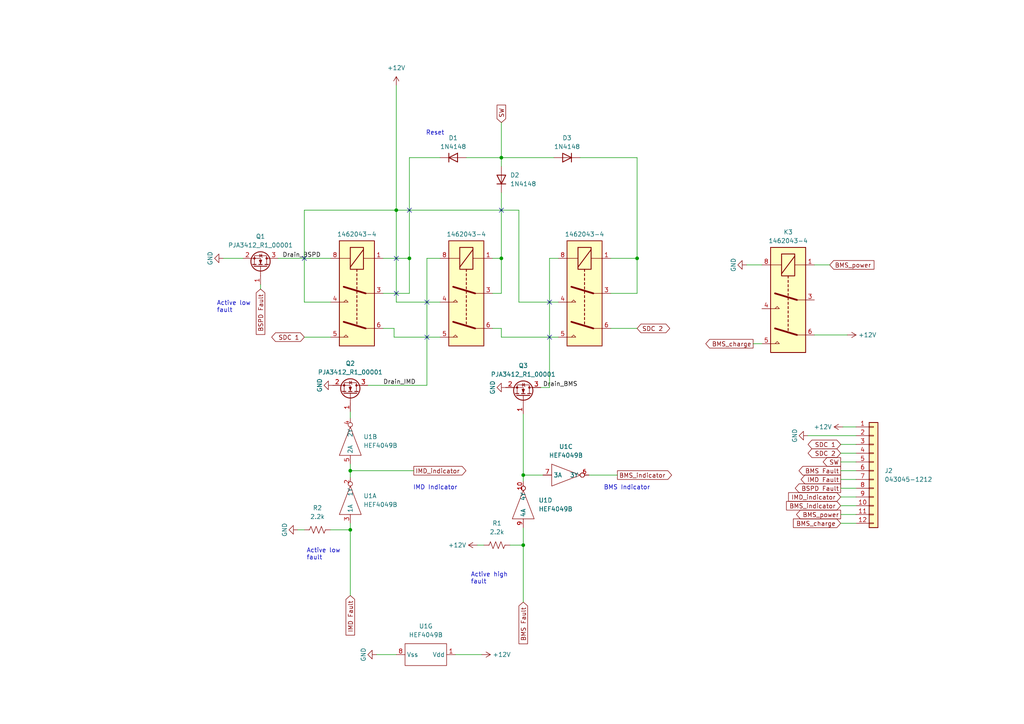
<source format=kicad_sch>
(kicad_sch (version 20230121) (generator eeschema)
  (paper "A4")
  (lib_symbols
    (symbol "+12V_1" (power) (pin_names (offset 0))
      (property "Value" "+12V_1" (at 0 3.556 0))
      (symbol "+12V_1_0_1"
        (polyline (pts (xy -0.762 1.27) (xy 0 2.54)))
        (polyline (pts (xy 0 0) (xy 0 2.54)))
        (polyline (pts (xy 0 2.54) (xy 0.762 1.27)))
      )
      (symbol "+12V_1_1_1"
        (pin power_in line (at 0 0 90) (length 0) hide (name "+12V") (number "1"))
      )
    )
    (symbol "+12V_2" (power) (pin_names (offset 0))
      (property "Value" "+12V_2" (at 0 3.556 0))
      (symbol "+12V_2_0_1"
        (polyline (pts (xy -0.762 1.27) (xy 0 2.54)))
        (polyline (pts (xy 0 0) (xy 0 2.54)))
        (polyline (pts (xy 0 2.54) (xy 0.762 1.27)))
      )
      (symbol "+12V_2_1_1"
        (pin power_in line (at 0 0 90) (length 0) hide (name "+12V") (number "1"))
      )
    )
    (symbol "+12V_3" (power) (pin_names (offset 0))
      (property "Value" "+12V_3" (at 0 3.556 0))
      (symbol "+12V_3_0_1"
        (polyline (pts (xy -0.762 1.27) (xy 0 2.54)))
        (polyline (pts (xy 0 0) (xy 0 2.54)))
        (polyline (pts (xy 0 2.54) (xy 0.762 1.27)))
      )
      (symbol "+12V_3_1_1"
        (pin power_in line (at 0 0 90) (length 0) hide (name "+12V") (number "1"))
      )
    )
    (symbol "+12V_4" (power) (pin_names (offset 0))
      (property "Value" "+12V_4" (at 0 3.556 0))
      (symbol "+12V_4_0_1"
        (polyline (pts (xy -0.762 1.27) (xy 0 2.54)))
        (polyline (pts (xy 0 0) (xy 0 2.54)))
        (polyline (pts (xy 0 2.54) (xy 0.762 1.27)))
      )
      (symbol "+12V_4_1_1"
        (pin power_in line (at 0 0 90) (length 0) hide (name "+12V") (number "1"))
      )
    )
    (symbol "BUK7M8R0-40EX_1" (pin_names hide)
      (property "Reference" "Q2" (at 8.89 0 90))
      (property "Value" "PJA3412_R1_00001" (at 6.35 0 90))
      (symbol "BUK7M8R0-40EX_1_0_1"
        (polyline (pts (xy 0.254 0) (xy -2.54 0)))
        (polyline (pts (xy 0.254 1.905) (xy 0.254 -1.905)) (stroke (width 0.254)))
        (polyline (pts (xy 0.762 -1.27) (xy 0.762 -2.286)) (stroke (width 0.254)))
        (polyline (pts (xy 0.762 0.508) (xy 0.762 -0.508)) (stroke (width 0.254)))
        (polyline (pts (xy 0.762 2.286) (xy 0.762 1.27)) (stroke (width 0.254)))
        (polyline (pts (xy 2.54 2.54) (xy 2.54 1.778)))
        (polyline (pts (xy 2.54 -2.54) (xy 2.54 0) (xy 0.762 0)))
        (polyline (pts (xy 0.762 -1.778) (xy 3.302 -1.778) (xy 3.302 1.778) (xy 0.762 1.778)))
        (polyline (pts (xy 1.016 0) (xy 2.032 0.381) (xy 2.032 -0.381) (xy 1.016 0)) (fill (type outline)))
        (polyline (pts (xy 2.794 0.508) (xy 2.921 0.381) (xy 3.683 0.381) (xy 3.81 0.254)))
        (polyline (pts (xy 3.302 0.381) (xy 2.921 -0.254) (xy 3.683 -0.254) (xy 3.302 0.381)))
        (circle (center 1.651 0) (radius 2.794) (stroke (width 0.254)))
        (circle (center 2.54 -1.778) (radius 0.254) (fill (type outline)))
        (circle (center 2.54 1.778) (radius 0.254) (fill (type outline)))
      )
      (symbol "BUK7M8R0-40EX_1_1_1"
        (pin passive line (at -5.08 0 0) (length 2.54) (name "G") (number "1"))
        (pin passive line (at 2.54 -5.08 90) (length 2.54) (name "S") (number "2"))
        (pin passive line (at 2.54 -5.08 90) (length 2.54) hide (name "S") (number "2"))
        (pin passive line (at 2.54 5.08 270) (length 2.54) (name "D") (number "3"))
        (pin passive line (at 2.54 -5.08 90) (length 2.54) hide (name "S") (number "3"))
      )
    )
    (symbol "Connector_Generic:Conn_01x12" (pin_names (offset 1.016) hide)
      (property "Reference" "J" (at 0 15.24 0))
      (property "Value" "Conn_01x12" (at 0 -17.78 0))
      (symbol "Conn_01x12_1_1"
        (rectangle (start -1.27 -15.113) (end 0 -15.367) (stroke (width 0.1524)))
        (rectangle (start -1.27 -12.573) (end 0 -12.827) (stroke (width 0.1524)))
        (rectangle (start -1.27 -10.033) (end 0 -10.287) (stroke (width 0.1524)))
        (rectangle (start -1.27 -7.493) (end 0 -7.747) (stroke (width 0.1524)))
        (rectangle (start -1.27 -4.953) (end 0 -5.207) (stroke (width 0.1524)))
        (rectangle (start -1.27 -2.413) (end 0 -2.667) (stroke (width 0.1524)))
        (rectangle (start -1.27 0.127) (end 0 -0.127) (stroke (width 0.1524)))
        (rectangle (start -1.27 2.667) (end 0 2.413) (stroke (width 0.1524)))
        (rectangle (start -1.27 5.207) (end 0 4.953) (stroke (width 0.1524)))
        (rectangle (start -1.27 7.747) (end 0 7.493) (stroke (width 0.1524)))
        (rectangle (start -1.27 10.287) (end 0 10.033) (stroke (width 0.1524)))
        (rectangle (start -1.27 12.827) (end 0 12.573) (stroke (width 0.1524)))
        (rectangle (start -1.27 13.97) (end 1.27 -16.51) (stroke (width 0.254)) (fill (type background)))
        (pin passive line (at -5.08 12.7 0) (length 3.81) (name "Pin_1") (number "1"))
        (pin passive line (at -5.08 -10.16 0) (length 3.81) (name "Pin_10") (number "10"))
        (pin passive line (at -5.08 -12.7 0) (length 3.81) (name "Pin_11") (number "11"))
        (pin passive line (at -5.08 -15.24 0) (length 3.81) (name "Pin_12") (number "12"))
        (pin passive line (at -5.08 10.16 0) (length 3.81) (name "Pin_2") (number "2"))
        (pin passive line (at -5.08 7.62 0) (length 3.81) (name "Pin_3") (number "3"))
        (pin passive line (at -5.08 5.08 0) (length 3.81) (name "Pin_4") (number "4"))
        (pin passive line (at -5.08 2.54 0) (length 3.81) (name "Pin_5") (number "5"))
        (pin passive line (at -5.08 0 0) (length 3.81) (name "Pin_6") (number "6"))
        (pin passive line (at -5.08 -2.54 0) (length 3.81) (name "Pin_7") (number "7"))
        (pin passive line (at -5.08 -5.08 0) (length 3.81) (name "Pin_8") (number "8"))
        (pin passive line (at -5.08 -7.62 0) (length 3.81) (name "Pin_9") (number "9"))
      )
    )
    (symbol "Device:R_US" (pin_numbers hide) (pin_names (offset 0))
      (property "Reference" "R" (at 2.54 0 90))
      (property "Value" "R_US" (at -2.54 0 90))
      (symbol "R_US_0_1"
        (polyline (pts (xy 0 -2.286) (xy 0 -2.54)))
        (polyline (pts (xy 0 2.286) (xy 0 2.54)))
        (polyline (pts (xy 0 -0.762) (xy 1.016 -1.143) (xy 0 -1.524) (xy -1.016 -1.905) (xy 0 -2.286)))
        (polyline (pts (xy 0 0.762) (xy 1.016 0.381) (xy 0 0) (xy -1.016 -0.381) (xy 0 -0.762)))
        (polyline (pts (xy 0 2.286) (xy 1.016 1.905) (xy 0 1.524) (xy -1.016 1.143) (xy 0 0.762)))
      )
      (symbol "R_US_1_1"
        (pin passive line (at 0 3.81 270) (length 1.27) (name "~") (number "1"))
        (pin passive line (at 0 -3.81 90) (length 1.27) (name "~") (number "2"))
      )
    )
    (symbol "Diode:1N4148" (pin_numbers hide) (pin_names hide)
      (property "Reference" "D" (at 0 2.54 0))
      (property "Value" "1N4148" (at 0 -2.54 0))
      (symbol "1N4148_0_1"
        (polyline (pts (xy -1.27 1.27) (xy -1.27 -1.27)) (stroke (width 0.254)))
        (polyline (pts (xy 1.27 0) (xy -1.27 0)))
        (polyline (pts (xy 1.27 1.27) (xy 1.27 -1.27) (xy -1.27 0) (xy 1.27 1.27)) (stroke (width 0.254)))
      )
      (symbol "1N4148_1_1"
        (pin passive line (at -3.81 0 0) (length 2.54) (name "K") (number "1"))
        (pin passive line (at 3.81 0 180) (length 2.54) (name "A") (number "2"))
      )
    )
    (symbol "GND_1" (power) (pin_names (offset 0))
      (property "Value" "GND_1" (at 0 -3.81 0))
      (symbol "GND_1_0_1"
        (polyline (pts (xy 0 0) (xy 0 -1.27) (xy 1.27 -1.27) (xy 0 -2.54) (xy -1.27 -1.27) (xy 0 -1.27)))
      )
      (symbol "GND_1_1_1"
        (pin power_in line (at 0 0 270) (length 0) hide (name "GND") (number "1"))
      )
    )
    (symbol "GND_2" (power) (pin_names (offset 0))
      (property "Value" "GND_2" (at 0 -3.81 0))
      (symbol "GND_2_0_1"
        (polyline (pts (xy 0 0) (xy 0 -1.27) (xy 1.27 -1.27) (xy 0 -2.54) (xy -1.27 -1.27) (xy 0 -1.27)))
      )
      (symbol "GND_2_1_1"
        (pin power_in line (at 0 0 270) (length 0) hide (name "GND") (number "1"))
      )
    )
    (symbol "GND_3" (power) (pin_names (offset 0))
      (property "Value" "GND_3" (at 0 -3.81 0))
      (symbol "GND_3_0_1"
        (polyline (pts (xy 0 0) (xy 0 -1.27) (xy 1.27 -1.27) (xy 0 -2.54) (xy -1.27 -1.27) (xy 0 -1.27)))
      )
      (symbol "GND_3_1_1"
        (pin power_in line (at 0 0 270) (length 0) hide (name "GND") (number "1"))
      )
    )
    (symbol "GND_4" (power) (pin_names (offset 0))
      (property "Value" "GND_4" (at 0 -3.81 0))
      (symbol "GND_4_0_1"
        (polyline (pts (xy 0 0) (xy 0 -1.27) (xy 1.27 -1.27) (xy 0 -2.54) (xy -1.27 -1.27) (xy 0 -1.27)))
      )
      (symbol "GND_4_1_1"
        (pin power_in line (at 0 0 270) (length 0) hide (name "GND") (number "1"))
      )
    )
    (symbol "GND_5" (power) (pin_names (offset 0))
      (property "Value" "GND_5" (at 0 -3.81 0))
      (symbol "GND_5_0_1"
        (polyline (pts (xy 0 0) (xy 0 -1.27) (xy 1.27 -1.27) (xy 0 -2.54) (xy -1.27 -1.27) (xy 0 -1.27)))
      )
      (symbol "GND_5_1_1"
        (pin power_in line (at 0 0 270) (length 0) hide (name "GND") (number "1"))
      )
    )
    (symbol "GND_6" (power) (pin_names (offset 0))
      (property "Value" "GND_6" (at 0 -3.81 0))
      (symbol "GND_6_0_1"
        (polyline (pts (xy 0 0) (xy 0 -1.27) (xy 1.27 -1.27) (xy 0 -2.54) (xy -1.27 -1.27) (xy 0 -1.27)))
      )
      (symbol "GND_6_1_1"
        (pin power_in line (at 0 0 270) (length 0) hide (name "GND") (number "1"))
      )
    )
    (symbol "RT44xxxx_2"
      (property "Reference" "K4" (at -19.685 0 90))
      (property "Value" "1462043-4" (at -17.145 0 90))
      (symbol "RT44xxxx_2_0_1"
        (rectangle (start -15.24 5.08) (end 15.24 -5.08) (stroke (width 0.254)) (fill (type background)))
        (rectangle (start -13.335 1.905) (end -6.985 -1.905) (stroke (width 0.254)))
        (polyline (pts (xy -12.7 -1.905) (xy -7.62 1.905)) (stroke (width 0.254)))
        (polyline (pts (xy -10.16 -5.08) (xy -10.16 -1.905)))
        (polyline (pts (xy -10.16 5.08) (xy -10.16 1.905)))
        (polyline (pts (xy -6.985 0) (xy -6.35 0)) (stroke (width 0.254)))
        (polyline (pts (xy -5.715 0) (xy -5.08 0)) (stroke (width 0.254)))
        (polyline (pts (xy -4.445 0) (xy -3.81 0)) (stroke (width 0.254)))
        (polyline (pts (xy -3.175 0) (xy -2.54 0)) (stroke (width 0.254)))
        (polyline (pts (xy -1.905 0) (xy -1.27 0)) (stroke (width 0.254)))
        (polyline (pts (xy -0.635 0) (xy 0 0)) (stroke (width 0.254)))
        (polyline (pts (xy 0 -2.54) (xy -1.905 3.81)) (stroke (width 0.508)))
        (polyline (pts (xy 0 -2.54) (xy 0 -5.08)))
        (polyline (pts (xy 0.635 0) (xy 1.27 0)) (stroke (width 0.254)))
        (polyline (pts (xy 1.905 0) (xy 2.54 0)) (stroke (width 0.254)))
        (polyline (pts (xy 3.175 0) (xy 3.81 0)) (stroke (width 0.254)))
        (polyline (pts (xy 4.445 0) (xy 5.08 0)) (stroke (width 0.254)))
        (polyline (pts (xy 5.715 0) (xy 6.35 0)) (stroke (width 0.254)))
        (polyline (pts (xy 6.985 0) (xy 7.62 0)) (stroke (width 0.254)))
        (polyline (pts (xy 8.255 0) (xy 8.89 0)) (stroke (width 0.254)))
        (polyline (pts (xy 10.16 -2.54) (xy 8.255 3.81)) (stroke (width 0.508)))
        (polyline (pts (xy 10.16 -2.54) (xy 10.16 -5.08)))
        (polyline (pts (xy 2.54 5.08) (xy 2.54 2.54) (xy 1.905 3.175) (xy 2.54 3.81)))
        (polyline (pts (xy 12.7 5.08) (xy 12.7 2.54) (xy 12.065 3.175) (xy 12.7 3.81)))
      )
      (symbol "RT44xxxx_2_1_1"
        (pin passive line (at -10.16 -7.62 90) (length 2.54) (name "~") (number "1"))
        (pin passive line (at 0 -7.62 90) (length 2.54) (name "~") (number "3"))
        (pin passive line (at 2.54 7.62 270) (length 2.54) (name "~") (number "4"))
        (pin passive line (at 12.7 7.62 270) (length 2.54) (name "~") (number "5"))
        (pin passive line (at 10.16 -7.62 90) (length 2.54) (name "~") (number "6"))
        (pin passive line (at -10.16 7.62 270) (length 2.54) (name "~") (number "8"))
      )
    )
    (symbol "Random:HEF4049B"
      (property "Reference" "U" (at -1.905 7.62 0))
      (property "Value" "HEF4049B" (at 7.62 0 0))
      (symbol "HEF4049B_1_1"
        (polyline (pts (xy 0 3.175) (xy 0 -3.175) (xy 8.255 0) (xy 0 3.175)))
        (pin output inverted (at 10.795 0 180) (length 2.54) (name "1Y") (number "2"))
        (pin input line (at -2.54 0 0) (length 2.54) (name "1A") (number "3"))
      )
      (symbol "HEF4049B_2_1"
        (polyline (pts (xy 0 3.175) (xy 0 -3.175) (xy 8.255 0) (xy 0 3.175)))
        (pin output inverted (at 10.795 0 180) (length 2.54) (name "2Y") (number "4"))
        (pin input line (at -2.54 0 0) (length 2.54) (name "2A") (number "5"))
      )
      (symbol "HEF4049B_3_1"
        (polyline (pts (xy 0 3.175) (xy 0 -3.175) (xy 8.255 0) (xy 0 3.175)))
        (pin output inverted (at 10.795 0 180) (length 2.54) (name "3Y") (number "6"))
        (pin input line (at -2.54 0 0) (length 2.54) (name "3A") (number "7"))
      )
      (symbol "HEF4049B_4_1"
        (polyline (pts (xy 0 3.175) (xy 0 -3.175) (xy 8.255 0) (xy 0 3.175)))
        (pin output inverted (at 10.795 0 180) (length 2.54) (name "4Y") (number "10"))
        (pin input line (at -2.54 0 0) (length 2.54) (name "4A") (number "9"))
      )
      (symbol "HEF4049B_5_1"
        (polyline (pts (xy 0 3.175) (xy 0 -3.175) (xy 8.255 0) (xy 0 3.175)))
        (pin input line (at -2.54 0 0) (length 2.54) (name "5A") (number "11"))
        (pin output inverted (at 10.795 0 180) (length 2.54) (name "5Y") (number "12"))
      )
      (symbol "HEF4049B_6_1"
        (polyline (pts (xy 0 3.175) (xy 0 -3.175) (xy 8.255 0) (xy 0 3.175)))
        (pin input line (at -2.54 0 0) (length 2.54) (name "6A") (number "14"))
        (pin output inverted (at 10.795 0 180) (length 2.54) (name "6Y") (number "15"))
      )
      (symbol "HEF4049B_7_1"
        (rectangle (start 0 3.175) (end 12.065 -3.175))
        (pin power_in line (at 14.605 0 180) (length 2.54) (name "Vdd") (number "1"))
        (pin power_in line (at -2.54 0 0) (length 2.54) (name "Vss") (number "8"))
      )
    )
    (symbol "power:+12V" (power) (pin_names (offset 0))
      (property "Value" "+12V" (at 0 3.556 0))
      (symbol "+12V_0_1"
        (polyline (pts (xy -0.762 1.27) (xy 0 2.54)))
        (polyline (pts (xy 0 0) (xy 0 2.54)))
        (polyline (pts (xy 0 2.54) (xy 0.762 1.27)))
      )
      (symbol "+12V_1_1"
        (pin power_in line (at 0 0 90) (length 0) hide (name "+12V") (number "1"))
      )
    )
    (symbol "power:GND" (power) (pin_names (offset 0))
      (property "Value" "GND" (at 0 -3.81 0))
      (symbol "GND_0_1"
        (polyline (pts (xy 0 0) (xy 0 -1.27) (xy 1.27 -1.27) (xy 0 -2.54) (xy -1.27 -1.27) (xy 0 -1.27)))
      )
      (symbol "GND_1_1"
        (pin power_in line (at 0 0 270) (length 0) hide (name "GND") (number "1"))
      )
    )
  )
  (junction (at 101.6 136.525))
  (junction (at 145.415 74.93))
  (junction (at 151.765 137.795))
  (junction (at 151.765 158.115))
  (junction (at 145.415 45.72))
  (junction (at 114.935 60.96))
  (junction (at 184.785 74.93))
  (junction (at 118.745 74.93))
  (junction (at 101.6 153.67))
  (no_connect (at 114.935 85.09))
  (no_connect (at 123.825 97.79))
  (no_connect (at 88.265 74.93))
  (no_connect (at 159.385 97.79))
  (no_connect (at 159.385 87.63))
  (no_connect (at 114.935 74.93))
  (no_connect (at 145.415 60.96))
  (no_connect (at 118.745 60.96))
  (no_connect (at 123.825 87.63))
  (wire (pts (xy 114.935 24.765) (xy 114.935 60.96)))
  (wire (pts (xy 114.935 60.96) (xy 150.495 60.96)))
  (wire (pts (xy 184.785 85.09) (xy 184.785 74.93)))
  (wire (pts (xy 88.265 97.79) (xy 95.885 97.79)))
  (wire (pts (xy 142.875 95.25) (xy 145.415 95.25)))
  (wire (pts (xy 132.08 189.865) (xy 139.7 189.865)))
  (wire (pts (xy 243.84 144.145) (xy 248.285 144.145)))
  (wire (pts (xy 243.84 136.525) (xy 248.285 136.525)))
  (wire (pts (xy 147.955 158.115) (xy 151.765 158.115)))
  (wire (pts (xy 145.415 35.56) (xy 145.415 45.72)))
  (wire (pts (xy 145.415 45.72) (xy 160.655 45.72)))
  (wire (pts (xy 142.875 74.93) (xy 145.415 74.93)))
  (wire (pts (xy 244.475 123.825) (xy 248.285 123.825)))
  (wire (pts (xy 151.765 120.015) (xy 151.765 137.795)))
  (wire (pts (xy 101.6 151.765) (xy 101.6 153.67)))
  (wire (pts (xy 159.385 112.395) (xy 156.845 112.395)))
  (wire (pts (xy 80.645 74.93) (xy 95.885 74.93)))
  (wire (pts (xy 101.6 119.38) (xy 101.6 121.285)))
  (wire (pts (xy 150.495 60.96) (xy 150.495 87.63)))
  (wire (pts (xy 111.125 74.93) (xy 118.745 74.93)))
  (wire (pts (xy 95.885 153.67) (xy 101.6 153.67)))
  (wire (pts (xy 75.565 82.55) (xy 75.565 83.82)))
  (wire (pts (xy 177.165 74.93) (xy 184.785 74.93)))
  (wire (pts (xy 145.415 55.88) (xy 145.415 74.93)))
  (wire (pts (xy 236.22 76.835) (xy 240.665 76.835)))
  (wire (pts (xy 184.785 45.72) (xy 184.785 74.93)))
  (wire (pts (xy 151.765 137.795) (xy 157.48 137.795)))
  (wire (pts (xy 243.84 139.065) (xy 248.285 139.065)))
  (wire (pts (xy 127.635 45.72) (xy 118.745 45.72)))
  (wire (pts (xy 159.385 74.93) (xy 161.925 74.93)))
  (wire (pts (xy 101.6 136.525) (xy 101.6 138.43)))
  (wire (pts (xy 216.535 76.835) (xy 220.98 76.835)))
  (wire (pts (xy 114.3 97.79) (xy 127.635 97.79)))
  (wire (pts (xy 64.77 74.93) (xy 70.485 74.93)))
  (wire (pts (xy 114.935 60.96) (xy 88.265 60.96)))
  (wire (pts (xy 101.6 136.525) (xy 120.015 136.525)))
  (wire (pts (xy 114.3 95.25) (xy 111.125 95.25)))
  (wire (pts (xy 168.275 45.72) (xy 184.785 45.72)))
  (wire (pts (xy 118.745 85.09) (xy 118.745 74.93)))
  (wire (pts (xy 243.84 151.765) (xy 248.285 151.765)))
  (wire (pts (xy 150.495 87.63) (xy 161.925 87.63)))
  (wire (pts (xy 151.765 158.115) (xy 151.765 174.625)))
  (wire (pts (xy 220.98 99.695) (xy 218.44 99.695)))
  (wire (pts (xy 236.22 97.155) (xy 245.745 97.155)))
  (wire (pts (xy 114.935 87.63) (xy 127.635 87.63)))
  (wire (pts (xy 170.815 137.795) (xy 179.07 137.795)))
  (wire (pts (xy 138.43 158.115) (xy 140.335 158.115)))
  (wire (pts (xy 145.415 45.72) (xy 135.255 45.72)))
  (wire (pts (xy 118.745 45.72) (xy 118.745 74.93)))
  (wire (pts (xy 123.825 74.93) (xy 127.635 74.93)))
  (wire (pts (xy 243.84 146.685) (xy 248.285 146.685)))
  (wire (pts (xy 111.125 85.09) (xy 118.745 85.09)))
  (wire (pts (xy 145.415 85.09) (xy 145.415 74.93)))
  (wire (pts (xy 243.84 133.985) (xy 248.285 133.985)))
  (wire (pts (xy 123.825 74.93) (xy 123.825 111.76)))
  (wire (pts (xy 114.3 95.25) (xy 114.3 97.79)))
  (wire (pts (xy 101.6 134.62) (xy 101.6 136.525)))
  (wire (pts (xy 109.22 189.865) (xy 114.935 189.865)))
  (wire (pts (xy 151.765 153.035) (xy 151.765 158.115)))
  (wire (pts (xy 114.935 60.96) (xy 114.935 87.63)))
  (wire (pts (xy 145.415 97.79) (xy 161.925 97.79)))
  (wire (pts (xy 123.825 111.76) (xy 106.68 111.76)))
  (wire (pts (xy 177.165 95.25) (xy 184.785 95.25)))
  (wire (pts (xy 243.84 128.905) (xy 248.285 128.905)))
  (wire (pts (xy 142.875 85.09) (xy 145.415 85.09)))
  (wire (pts (xy 177.165 85.09) (xy 184.785 85.09)))
  (wire (pts (xy 88.265 87.63) (xy 95.885 87.63)))
  (wire (pts (xy 86.36 153.67) (xy 88.265 153.67)))
  (wire (pts (xy 101.6 153.67) (xy 101.6 172.72)))
  (wire (pts (xy 145.415 45.72) (xy 145.415 48.26)))
  (wire (pts (xy 151.765 137.795) (xy 151.765 139.7)))
  (wire (pts (xy 234.315 126.365) (xy 248.285 126.365)))
  (wire (pts (xy 88.265 60.96) (xy 88.265 87.63)))
  (wire (pts (xy 145.415 95.25) (xy 145.415 97.79)))
  (wire (pts (xy 243.84 149.225) (xy 248.285 149.225)))
  (wire (pts (xy 243.84 141.605) (xy 248.285 141.605)))
  (wire (pts (xy 159.385 74.93) (xy 159.385 112.395)))
  (wire (pts (xy 243.84 131.445) (xy 248.285 131.445)))
  (text "Active low \nfault" (at 62.865 90.805 0) (effects (font (size 1.27 1.27)) (justify left bottom)))
  (text "Active high\nfault\n" (at 136.525 169.545 0) (effects (font (size 1.27 1.27)) (justify left bottom)))
  (text "Reset\n" (at 128.905 39.37 0) (effects (font (size 1.27 1.27)) (justify right bottom)))
  (text "Active low\nfault" (at 88.9 162.56 0) (effects (font (size 1.27 1.27)) (justify left bottom)))
  (text "IMD Indicator" (at 132.715 142.24 0) (effects (font (size 1.27 1.27)) (justify right bottom)))
  (text "BMS Indicator" (at 188.595 142.24 0) (effects (font (size 1.27 1.27)) (justify right bottom)))
  (label "Drain_BMS" (at 157.48 112.395 0))
  (label "Drain_BSPD" (at 81.915 74.93 0))
  (label "Drain_IMD" (at 111.125 111.76 0))
  (global_label "SW" (shape output) (at 243.84 133.985 180) (property "Intersheetrefs" "${INTERSHEET_REFS}" (effects hide)))
  (global_label "BMS_charge" (shape output) (at 218.44 99.695 180) (property "Intersheetrefs" "${INTERSHEET_REFS}" (effects hide)))
  (global_label "SDC 2" (shape bidirectional) (at 243.84 131.445 180) (property "Intersheetrefs" "${INTERSHEET_REFS}" (effects hide)))
  (global_label "SDC 2" (shape bidirectional) (at 184.785 95.25 0) (property "Intersheetrefs" "${INTERSHEET_REFS}" (effects hide)))
  (global_label "IMD Fault" (shape output) (at 243.84 139.065 180) (property "Intersheetrefs" "${INTERSHEET_REFS}" (effects hide)))
  (global_label "BSPD Fault" (shape output) (at 243.84 141.605 180) (property "Intersheetrefs" "${INTERSHEET_REFS}" (effects hide)))
  (global_label "BMS Fault" (shape output) (at 243.84 136.525 180) (property "Intersheetrefs" "${INTERSHEET_REFS}" (effects hide)))
  (global_label "BMS_power" (shape output) (at 243.84 149.225 180) (property "Intersheetrefs" "${INTERSHEET_REFS}" (effects hide)))
  (global_label "SDC 1" (shape bidirectional) (at 243.84 128.905 180) (property "Intersheetrefs" "${INTERSHEET_REFS}" (effects hide)))
  (global_label "SDC 1" (shape bidirectional) (at 88.265 97.79 180) (property "Intersheetrefs" "${INTERSHEET_REFS}" (effects hide)))
  (global_label "BMS_indicator" (shape output) (at 179.07 137.795 0) (property "Intersheetrefs" "${INTERSHEET_REFS}" (effects hide)))
  (global_label "BMS_charge" (shape input) (at 243.84 151.765 180) (property "Intersheetrefs" "${INTERSHEET_REFS}" (effects hide)))
  (global_label "BSPD Fault" (shape input) (at 75.565 83.82 270) (property "Intersheetrefs" "${INTERSHEET_REFS}" (effects hide)))
  (global_label "IMD_indicator" (shape input) (at 243.84 144.145 180) (property "Intersheetrefs" "${INTERSHEET_REFS}" (effects hide)))
  (global_label "SW" (shape input) (at 145.415 35.56 90) (property "Intersheetrefs" "${INTERSHEET_REFS}" (effects hide)))
  (global_label "IMD Fault" (shape input) (at 101.6 172.72 270) (property "Intersheetrefs" "${INTERSHEET_REFS}" (effects hide)))
  (global_label "BMS_power" (shape input) (at 240.665 76.835 0) (property "Intersheetrefs" "${INTERSHEET_REFS}" (effects hide)))
  (global_label "IMD_indicator" (shape output) (at 120.015 136.525 0) (property "Intersheetrefs" "${INTERSHEET_REFS}" (effects hide)))
  (global_label "BMS Fault" (shape input) (at 151.765 174.625 270) (property "Intersheetrefs" "${INTERSHEET_REFS}" (effects hide)))
  (global_label "BMS_indicator" (shape input) (at 243.84 146.685 180) (property "Intersheetrefs" "${INTERSHEET_REFS}" (effects hide)))
  (symbol (lib_id "Diode:1N4148") (at 131.445 45.72 0) (unit 1)
    (property "Reference" "D1" (at 131.445 40.005 0))
    (property "Value" "1N4148" (at 131.445 42.545 0))
    (property "Footprint" "Diode_THT:D_DO-35_SOD27_P7.62mm_Horizontal" (effects hide))
    (property "Datasheet" "https://assets.nexperia.com/documents/data-sheet/1N4148_1N4448.pdf" (effects hide))
    (property "Sim.Device" "D" (effects hide))
    (property "Sim.Pins" "1=K 2=A" (effects hide))
  )
  (symbol (lib_name "+12V_1") (lib_id "power:+12V") (at 245.745 97.155 270) (unit 1)
    (property "Reference" "#PWR012" (effects hide))
    (property "Value" "+12V" (at 248.92 97.155 90) (effects (justify left)))
  )
  (symbol (lib_name "RT44xxxx_2") (lib_id "Relay:RT44xxxx") (at 103.505 85.09 90) (mirror x) (unit 1)
    (property "Reference" "K4" (effects hide))
    (property "Value" "1462043-4" (at 103.505 67.945 90))
    (property "Footprint" "Relay_SMD:Relay_DPDT_AXICOM_IMSeries_JLeg" (effects hide))
    (property "Datasheet" "http://www.te.com/commerce/DocumentDelivery/DDEController?Action=showdoc&DocId=Data+Sheet%7FRT2%7F1014%7Fpdf%7FEnglish%7FENG_DS_RT2_1014.pdf%7F6-1393243-3" (effects hide))
  )
  (symbol (lib_name "GND_6") (lib_id "power:GND") (at 146.685 112.395 270) (unit 1)
    (property "Reference" "#PWR05" (effects hide))
    (property "Value" "GND" (at 142.875 112.395 0))
  )
  (symbol (lib_name "RT44xxxx_2") (lib_id "Relay:RT44xxxx") (at 135.255 85.09 90) (mirror x) (unit 1)
    (property "Reference" "K1" (effects hide))
    (property "Value" "1462043-4" (at 135.255 67.945 90))
    (property "Footprint" "Relay_SMD:Relay_DPDT_AXICOM_IMSeries_JLeg" (effects hide))
    (property "Datasheet" "http://www.te.com/commerce/DocumentDelivery/DDEController?Action=showdoc&DocId=Data+Sheet%7FRT2%7F1014%7Fpdf%7FEnglish%7FENG_DS_RT2_1014.pdf%7F6-1393243-3" (effects hide))
  )
  (symbol (lib_name "+12V_4") (lib_id "power:+12V") (at 114.935 24.765 0) (unit 1)
    (property "Reference" "#PWR03" (effects hide))
    (property "Value" "+12V" (at 114.935 19.685 0))
  )
  (symbol (lib_id "Random:HEF4049B") (at 151.765 150.495 90) (unit 4)
    (property "Reference" "U1" (at 156.21 145.0975 90) (effects (justify right)))
    (property "Value" "HEF4049B" (at 156.21 147.6375 90) (effects (justify right)))
    (property "Footprint" "Package_SO:SO-16_3.9x9.9mm_P1.27mm" (effects hide))
  )
  (symbol (lib_name "BUK7M8R0-40EX_1") (lib_id "Transistor_FET:BUK7M8R0-40EX") (at 75.565 77.47 270) (mirror x) (unit 1)
    (property "Reference" "Q1" (at 75.565 68.58 90))
    (property "Value" "PJA3412_R1_00001" (at 75.565 71.12 90))
    (property "Footprint" "Package_TO_SOT_SMD:SOT-23" (effects hide))
    (property "Datasheet" "https://assets.nexperia.com/documents/data-sheet/BUK7M8R0-40E.pdf" (effects hide))
  )
  (symbol (lib_name "GND_3") (lib_id "power:GND") (at 216.535 76.835 270) (unit 1)
    (property "Reference" "#PWR011" (effects hide))
    (property "Value" "GND" (at 212.725 76.835 0))
  )
  (symbol (lib_id "Diode:1N4148") (at 145.415 52.07 90) (unit 1)
    (property "Reference" "D2" (at 147.955 50.8 90) (effects (justify right)))
    (property "Value" "1N4148" (at 147.955 53.34 90) (effects (justify right)))
    (property "Footprint" "Diode_THT:D_DO-35_SOD27_P7.62mm_Horizontal" (effects hide))
    (property "Datasheet" "https://assets.nexperia.com/documents/data-sheet/1N4148_1N4448.pdf" (effects hide))
    (property "Sim.Device" "D" (effects hide))
    (property "Sim.Pins" "1=K 2=A" (effects hide))
  )
  (symbol (lib_id "power:GND") (at 109.22 189.865 270) (unit 1)
    (property "Reference" "#PWR09" (effects hide))
    (property "Value" "GND" (at 105.41 189.865 0))
  )
  (symbol (lib_id "power:+12V") (at 139.7 189.865 270) (unit 1)
    (property "Reference" "#PWR010" (effects hide))
    (property "Value" "+12V" (at 142.875 189.865 90) (effects (justify left)))
  )
  (symbol (lib_name "RT44xxxx_2") (lib_id "Relay:RT44xxxx") (at 169.545 85.09 90) (mirror x) (unit 1)
    (property "Reference" "K2" (effects hide))
    (property "Value" "1462043-4" (at 169.545 67.945 90))
    (property "Footprint" "Relay_SMD:Relay_DPDT_AXICOM_IMSeries_JLeg" (effects hide))
    (property "Datasheet" "http://www.te.com/commerce/DocumentDelivery/DDEController?Action=showdoc&DocId=Data+Sheet%7FRT2%7F1014%7Fpdf%7FEnglish%7FENG_DS_RT2_1014.pdf%7F6-1393243-3" (effects hide))
  )
  (symbol (lib_id "Random:HEF4049B") (at 101.6 132.08 90) (unit 2)
    (property "Reference" "U1" (at 105.41 126.6825 90) (effects (justify right)))
    (property "Value" "HEF4049B" (at 105.41 129.2225 90) (effects (justify right)))
    (property "Footprint" "Package_SO:SO-16_3.9x9.9mm_P1.27mm" (effects hide))
  )
  (symbol (lib_name "+12V_3") (lib_id "power:+12V") (at 244.475 123.825 90) (unit 1)
    (property "Reference" "#PWR04" (effects hide))
    (property "Value" "+12V" (at 241.3 123.825 90) (effects (justify left)))
  )
  (symbol (lib_id "Random:HEF4049B") (at 117.475 189.865 0) (unit 7)
    (property "Reference" "U1" (at 123.5075 181.61 0))
    (property "Value" "HEF4049B" (at 123.5075 184.15 0))
    (property "Footprint" "Package_SO:SO-16_3.9x9.9mm_P1.27mm" (effects hide))
  )
  (symbol (lib_id "Device:R_US") (at 144.145 158.115 270) (unit 1)
    (property "Reference" "R1" (at 144.145 151.765 90))
    (property "Value" "2.2k" (at 144.145 154.305 90))
    (property "Footprint" "Resistor_THT:R_Axial_DIN0207_L6.3mm_D2.5mm_P7.62mm_Horizontal" (effects hide))
  )
  (symbol (lib_name "BUK7M8R0-40EX_1") (lib_id "Transistor_FET:BUK7M8R0-40EX") (at 101.6 114.3 270) (mirror x) (unit 1)
    (property "Reference" "Q2" (at 101.6 105.41 90))
    (property "Value" "PJA3412_R1_00001" (at 101.6 107.95 90))
    (property "Footprint" "Package_TO_SOT_SMD:SOT-23" (effects hide))
    (property "Datasheet" "https://assets.nexperia.com/documents/data-sheet/BUK7M8R0-40E.pdf" (effects hide))
  )
  (symbol (lib_name "GND_5") (lib_id "power:GND") (at 86.36 153.67 270) (unit 1)
    (property "Reference" "#PWR08" (effects hide))
    (property "Value" "GND" (at 82.55 153.67 0))
  )
  (symbol (lib_id "Random:HEF4049B") (at 101.6 149.225 90) (unit 1)
    (property "Reference" "U1" (at 105.41 143.8275 90) (effects (justify right)))
    (property "Value" "HEF4049B" (at 105.41 146.3675 90) (effects (justify right)))
    (property "Footprint" "Package_SO:SO-16_3.9x9.9mm_P1.27mm" (effects hide))
  )
  (symbol (lib_id "Diode:1N4148") (at 164.465 45.72 180) (unit 1)
    (property "Reference" "D3" (at 164.465 40.005 0))
    (property "Value" "1N4148" (at 164.465 42.545 0))
    (property "Footprint" "Diode_THT:D_DO-35_SOD27_P7.62mm_Horizontal" (effects hide))
    (property "Datasheet" "https://assets.nexperia.com/documents/data-sheet/1N4148_1N4448.pdf" (effects hide))
    (property "Sim.Device" "D" (effects hide))
    (property "Sim.Pins" "1=K 2=A" (effects hide))
  )
  (symbol (lib_name "GND_2") (lib_id "power:GND") (at 96.52 111.76 270) (unit 1)
    (property "Reference" "#PWR02" (effects hide))
    (property "Value" "GND" (at 92.71 111.76 0))
  )
  (symbol (lib_id "Device:R_US") (at 92.075 153.67 270) (unit 1)
    (property "Reference" "R2" (at 92.075 147.32 90))
    (property "Value" "2.2k" (at 92.075 149.86 90))
    (property "Footprint" "Resistor_THT:R_Axial_DIN0207_L6.3mm_D2.5mm_P7.62mm_Horizontal" (effects hide))
  )
  (symbol (lib_id "Connector_Generic:Conn_01x12") (at 253.365 136.525 0) (unit 1)
    (property "Reference" "J2" (at 256.54 136.525 0) (effects (justify left)))
    (property "Value" "043045-1212" (at 256.54 139.065 0) (effects (justify left)))
    (property "Footprint" "Connector_Molex:Molex_Micro-Fit_3.0_43045-1212_2x06_P3.00mm_Vertical" (effects hide))
  )
  (symbol (lib_id "Random:HEF4049B") (at 160.02 137.795 0) (unit 3)
    (property "Reference" "U1" (at 164.1475 129.54 0))
    (property "Value" "HEF4049B" (at 164.1475 132.08 0))
    (property "Footprint" "Package_SO:SO-16_3.9x9.9mm_P1.27mm" (effects hide))
  )
  (symbol (lib_name "BUK7M8R0-40EX_1") (lib_id "Transistor_FET:BUK7M8R0-40EX") (at 151.765 114.935 270) (mirror x) (unit 1)
    (property "Reference" "Q3" (at 151.765 106.045 90))
    (property "Value" "PJA3412_R1_00001" (at 151.765 108.585 90))
    (property "Footprint" "Package_TO_SOT_SMD:SOT-23" (effects hide))
    (property "Datasheet" "https://assets.nexperia.com/documents/data-sheet/BUK7M8R0-40E.pdf" (effects hide))
  )
  (symbol (lib_name "+12V_2") (lib_id "power:+12V") (at 138.43 158.115 90) (unit 1)
    (property "Reference" "#PWR07" (effects hide))
    (property "Value" "+12V" (at 135.255 158.115 90) (effects (justify left)))
  )
  (symbol (lib_name "RT44xxxx_2") (lib_id "Relay:RT44xxxx") (at 228.6 86.995 90) (mirror x) (unit 1)
    (property "Reference" "K3" (at 228.6 67.31 90))
    (property "Value" "1462043-4" (at 228.6 69.85 90))
    (property "Footprint" "Relay_SMD:Relay_DPDT_AXICOM_IMSeries_JLeg" (effects hide))
    (property "Datasheet" "http://www.te.com/commerce/DocumentDelivery/DDEController?Action=showdoc&DocId=Data+Sheet%7FRT2%7F1014%7Fpdf%7FEnglish%7FENG_DS_RT2_1014.pdf%7F6-1393243-3" (effects hide))
  )
  (symbol (lib_name "GND_1") (lib_id "power:GND") (at 64.77 74.93 270) (unit 1)
    (property "Reference" "#PWR01" (effects hide))
    (property "Value" "GND" (at 60.96 74.93 0))
  )
  (symbol (lib_name "GND_4") (lib_id "power:GND") (at 234.315 126.365 270) (unit 1)
    (property "Reference" "#PWR06" (effects hide))
    (property "Value" "GND" (at 230.505 126.365 0))
  )
)
</source>
